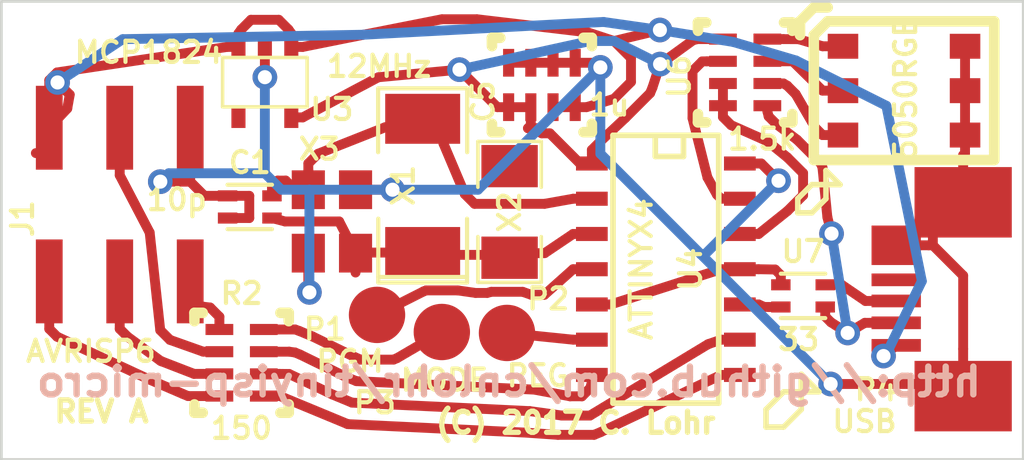
<source format=kicad_pcb>
(kicad_pcb (version 20171130) (host pcbnew "(5.1.12)-1")

  (general
    (thickness 1.6)
    (drawings 23)
    (tracks 301)
    (zones 0)
    (modules 16)
    (nets 28)
  )

  (page User 139.7 139.7)
  (layers
    (0 F.Cu signal)
    (31 B.Cu signal)
    (32 B.Adhes user hide)
    (33 F.Adhes user hide)
    (34 B.Paste user hide)
    (35 F.Paste user hide)
    (36 B.SilkS user hide)
    (37 F.SilkS user hide)
    (38 B.Mask user hide)
    (39 F.Mask user hide)
    (40 Dwgs.User user hide)
    (41 Cmts.User user hide)
    (42 Eco1.User user hide)
    (43 Eco2.User user hide)
    (44 Edge.Cuts user)
  )

  (setup
    (last_trace_width 0.3556)
    (trace_clearance 0.254)
    (zone_clearance 0.6112)
    (zone_45_only no)
    (trace_min 0.254)
    (via_size 0.889)
    (via_drill 0.508)
    (via_min_size 0.889)
    (via_min_drill 0.508)
    (uvia_size 0.508)
    (uvia_drill 0.127)
    (uvias_allowed no)
    (uvia_min_size 0.508)
    (uvia_min_drill 0.127)
    (edge_width 0.1)
    (segment_width 0.2)
    (pcb_text_width 0.3)
    (pcb_text_size 1.5 1.5)
    (mod_edge_width 0.15)
    (mod_text_size 0.762 0.762)
    (mod_text_width 0.15)
    (pad_size 0.7 0.4)
    (pad_drill 0)
    (pad_to_mask_clearance 0)
    (aux_axis_origin 0 0)
    (visible_elements 7FFFFFFF)
    (pcbplotparams
      (layerselection 0x010f8_80000001)
      (usegerberextensions true)
      (usegerberattributes true)
      (usegerberadvancedattributes true)
      (creategerberjobfile true)
      (excludeedgelayer false)
      (linewidth 0.150000)
      (plotframeref false)
      (viasonmask false)
      (mode 1)
      (useauxorigin false)
      (hpglpennumber 1)
      (hpglpenspeed 20)
      (hpglpendiameter 15.000000)
      (psnegative false)
      (psa4output false)
      (plotreference true)
      (plotvalue true)
      (plotinvisibletext false)
      (padsonsilk false)
      (subtractmaskfromsilk false)
      (outputformat 1)
      (mirror false)
      (drillshape 0)
      (scaleselection 1)
      (outputdirectory "tinyisp-revA-37x17_1.6mm"))
  )

  (net 0 "")
  (net 1 +3.3V)
  (net 2 +5V)
  (net 3 GND)
  (net 4 N-000001)
  (net 5 N-0000010)
  (net 6 N-0000011)
  (net 7 N-0000013)
  (net 8 N-0000014)
  (net 9 N-0000015)
  (net 10 N-0000016)
  (net 11 N-0000017)
  (net 12 N-0000018)
  (net 13 N-0000019)
  (net 14 N-000002)
  (net 15 N-0000020)
  (net 16 N-0000021)
  (net 17 N-0000023)
  (net 18 N-0000025)
  (net 19 N-0000026)
  (net 20 N-0000027)
  (net 21 N-000003)
  (net 22 N-000004)
  (net 23 N-000005)
  (net 24 N-000006)
  (net 25 N-000007)
  (net 26 N-000008)
  (net 27 N-000009)

  (net_class Default "This is the default net class."
    (clearance 0.254)
    (trace_width 0.3556)
    (via_dia 0.889)
    (via_drill 0.508)
    (uvia_dia 0.508)
    (uvia_drill 0.127)
    (add_net +3.3V)
    (add_net +5V)
    (add_net GND)
    (add_net N-000001)
    (add_net N-0000010)
    (add_net N-0000011)
    (add_net N-0000013)
    (add_net N-0000014)
    (add_net N-0000015)
    (add_net N-0000016)
    (add_net N-0000017)
    (add_net N-0000018)
    (add_net N-0000019)
    (add_net N-000002)
    (add_net N-0000020)
    (add_net N-0000021)
    (add_net N-0000023)
    (add_net N-0000025)
    (add_net N-0000026)
    (add_net N-0000027)
    (add_net N-000003)
    (add_net N-000004)
    (add_net N-000005)
    (add_net N-000006)
    (add_net N-000007)
    (add_net N-000008)
    (add_net N-000009)
  )

  (module RIBBON6SMT (layer F.Cu) (tedit 53BF2C80) (tstamp 53BF26B8)
    (at 44.6513 50.1726)
    (path /53BF1BD1)
    (fp_text reference J1 (at -0.9652 3.2766 90) (layer F.SilkS)
      (effects (font (size 0.762 0.762) (thickness 0.15)))
    )
    (fp_text value AVRISP6 (at 1.50114 8.05942) (layer F.SilkS)
      (effects (font (size 0.762 0.762) (thickness 0.15)))
    )
    (pad 2 smd rect (at 0 0) (size 0.9652 3.0226) (layers F.Cu F.Paste F.Mask)
      (net 2 +5V))
    (pad 4 smd rect (at 2.54 0) (size 0.9652 3.0226) (layers F.Cu F.Paste F.Mask)
      (net 22 N-000004))
    (pad 6 smd rect (at 5.08 0) (size 0.9652 3.0226) (layers F.Cu F.Paste F.Mask)
      (net 3 GND))
    (pad 1 smd rect (at 0 5.5372) (size 0.9652 3.0226) (layers F.Cu F.Paste F.Mask)
      (net 11 N-0000017))
    (pad 3 smd rect (at 2.54 5.5372) (size 0.9652 3.0226) (layers F.Cu F.Paste F.Mask)
      (net 12 N-0000018))
    (pad 5 smd rect (at 5.08 5.5372) (size 0.9652 3.0226) (layers F.Cu F.Paste F.Mask)
      (net 14 N-000002))
  )

  (module .1SMTPIN (layer F.Cu) (tedit 53BF30E9) (tstamp 53BF26BD)
    (at 56.464 56.9174)
    (path /53BF1F9E)
    (fp_text reference P1 (at -1.8794 0.512) (layer F.SilkS)
      (effects (font (size 0.762 0.762) (thickness 0.15)))
    )
    (fp_text value PGM (at -0.97458 1.67342) (layer F.SilkS)
      (effects (font (size 0.762 0.762) (thickness 0.15)))
    )
    (pad 1 smd circle (at 0 0) (size 2.032 2.032) (layers F.Cu F.Paste F.Mask)
      (net 23 N-000005))
  )

  (module .1SMTPIN (layer F.Cu) (tedit 53BF2C76) (tstamp 53BF26C2)
    (at 61.1483 57.5679)
    (path /53BF1FAD)
    (fp_text reference P2 (at 1.4862 -1.22888) (layer F.SilkS)
      (effects (font (size 0.762 0.762) (thickness 0.15)))
    )
    (fp_text value REG (at 1.11282 1.5448) (layer F.SilkS)
      (effects (font (size 0.762 0.762) (thickness 0.15)))
    )
    (pad 1 smd circle (at 0 0) (size 2.032 2.032) (layers F.Cu F.Paste F.Mask)
      (net 25 N-000007))
  )

  (module .1SMTPIN (layer F.Cu) (tedit 53BF30D8) (tstamp 53BF26C7)
    (at 58.8 57.5338)
    (path /53BF1F8F)
    (fp_text reference P3 (at -2.412 2.5499) (layer F.SilkS)
      (effects (font (size 0.762 0.762) (thickness 0.15)))
    )
    (fp_text value MODE (at 0.0934 1.73416) (layer F.SilkS)
      (effects (font (size 0.762 0.762) (thickness 0.15)))
    )
    (pad 1 smd circle (at 0 0) (size 2.032 2.032) (layers F.Cu F.Paste F.Mask)
      (net 4 N-000001))
  )

  (module USB-MiniB (layer F.Cu) (tedit 53BF2C32) (tstamp 53BF26D2)
    (at 75.8117 54.1299 90)
    (descr USB-MiniB)
    (tags USB-MiniB)
    (path /53BF1872)
    (fp_text reference P4 (at -5.4864 -1.3716 180) (layer F.SilkS)
      (effects (font (size 0.762 0.762) (thickness 0.15)))
    )
    (fp_text value USB (at -6.6294 -1.778 180) (layer F.SilkS)
      (effects (font (size 0.762 0.762) (thickness 0.15)))
    )
    (pad 6 smd rect (at -5.715 1.778 90) (size 2.54 3.5052) (layers F.Cu F.Paste F.Mask)
      (net 3 GND))
    (pad 7 smd rect (at 1.27 1.778 90) (size 2.54 3.5052) (layers F.Cu F.Paste F.Mask)
      (net 3 GND))
    (pad 1 smd rect (at -3.8862 -0.635 90) (size 0.4572 1.778) (layers F.Cu F.Paste F.Mask)
      (net 2 +5V))
    (pad 2 smd rect (at -3.0734 -0.635 90) (size 0.4572 1.778) (layers F.Cu F.Paste F.Mask)
      (net 8 N-0000014))
    (pad 3 smd rect (at -2.286 -0.635 90) (size 0.4572 1.778) (layers F.Cu F.Paste F.Mask)
      (net 10 N-0000016))
    (pad 4 smd rect (at -1.524 -0.635 90) (size 0.4572 1.778) (layers F.Cu F.Paste F.Mask)
      (net 19 N-0000026))
    (pad 5 smd rect (at -0.2794 -0.635 90) (size 1.4224 1.778) (layers F.Cu F.Paste F.Mask)
      (net 3 GND))
  )

  (module NETWORK0606 (layer F.Cu) (tedit 53BF2E88) (tstamp 53BF26DC)
    (at 51.8783 53.027)
    (path /53BF2DD6)
    (fp_text reference C1 (at 0 -1.6) (layer F.SilkS)
      (effects (font (size 0.762 0.762) (thickness 0.15)))
    )
    (fp_text value 10p (at -2.6296 -0.2636) (layer F.SilkS)
      (effects (font (size 0.762 0.762) (thickness 0.15)))
    )
    (fp_line (start -0.8 0.8) (end 0.8 0.8) (layer F.SilkS) (width 0.15))
    (fp_line (start 0.8 -0.8) (end -0.8 -0.8) (layer F.SilkS) (width 0.15))
    (pad 1 smd rect (at -0.8 -0.4) (size 0.7 0.4) (layers F.Cu F.Paste F.Mask)
      (net 3 GND))
    (pad 2 smd rect (at 0.8 -0.4) (size 0.7 0.4) (layers F.Cu F.Paste F.Mask)
      (net 6 N-0000011))
    (pad 3 smd rect (at -0.8 0.4) (size 0.7 0.4) (layers F.Cu F.Paste F.Mask)
      (net 3 GND))
    (pad 4 smd rect (at 0.8 0.4) (size 0.7 0.4) (layers F.Cu F.Paste F.Mask)
      (net 7 N-0000013))
  )

  (module NETWORK1206 (layer F.Cu) (tedit 53BF2C51) (tstamp 53BF26F0)
    (at 51.5833 58.6436 90)
    (path /53BF297A)
    (fp_text reference R2 (at 2.5 0 180) (layer F.SilkS)
      (effects (font (size 0.762 0.762) (thickness 0.15)))
    )
    (fp_text value 150 (at -2.3612 -0.0042 180) (layer F.SilkS)
      (effects (font (size 0.762 0.762) (thickness 0.15)))
    )
    (fp_line (start -1.8 1.7) (end -1.5 1.7) (layer F.SilkS) (width 0.381))
    (fp_line (start -1.8 1.4) (end -1.8 1.7) (layer F.SilkS) (width 0.381))
    (fp_line (start 1.8 -1.7) (end 1.8 -1.4) (layer F.SilkS) (width 0.381))
    (fp_line (start 1.5 -1.7) (end 1.8 -1.7) (layer F.SilkS) (width 0.381))
    (fp_line (start -1.8 -1.7) (end -1.5 -1.7) (layer F.SilkS) (width 0.381))
    (fp_line (start -1.8 -1.4) (end -1.8 -1.7) (layer F.SilkS) (width 0.381))
    (fp_line (start 1.8 1.7) (end 1.5 1.7) (layer F.SilkS) (width 0.381))
    (fp_line (start 1.8 1.4) (end 1.8 1.7) (layer F.SilkS) (width 0.381))
    (pad 1 smd rect (at -1.2 0.8 90) (size 0.4 1) (layers F.Cu F.Paste F.Mask)
      (net 13 N-0000019))
    (pad 2 smd rect (at -0.4 0.8 90) (size 0.4 1) (layers F.Cu F.Paste F.Mask)
      (net 17 N-0000023))
    (pad 3 smd rect (at 0.4 0.8 90) (size 0.4 1) (layers F.Cu F.Paste F.Mask)
      (net 21 N-000003))
    (pad 4 smd rect (at 1.2 0.8 90) (size 0.4 1) (layers F.Cu F.Paste F.Mask)
      (net 4 N-000001))
    (pad 5 smd rect (at 1.2 -0.8 90) (size 0.4 1) (layers F.Cu F.Paste F.Mask)
      (net 14 N-000002))
    (pad 6 smd rect (at 0.4 -0.8 90) (size 0.4 1) (layers F.Cu F.Paste F.Mask)
      (net 22 N-000004))
    (pad 7 smd rect (at -0.4 -0.8 90) (size 0.4 1) (layers F.Cu F.Paste F.Mask)
      (net 12 N-0000018))
    (pad 8 smd rect (at -1.2 -0.8 90) (size 0.4 1) (layers F.Cu F.Paste F.Mask)
      (net 11 N-0000017))
  )

  (module SOT23-5 (layer F.Cu) (tedit 53BF2E79) (tstamp 53BF26FD)
    (at 52.4223 48.5297 180)
    (path /53BF1DA6)
    (attr smd)
    (fp_text reference U3 (at -2.4145 -0.9825) (layer F.SilkS)
      (effects (font (size 0.762 0.762) (thickness 0.15)))
    )
    (fp_text value MCP1824 (at 4.1895 1.0749) (layer F.SilkS)
      (effects (font (size 0.762 0.762) (thickness 0.15)))
    )
    (fp_line (start -1.524 -0.889) (end 1.524 -0.889) (layer F.SilkS) (width 0.127))
    (fp_line (start -1.524 0.889) (end -1.524 -0.889) (layer F.SilkS) (width 0.127))
    (fp_line (start 1.524 0.889) (end -1.524 0.889) (layer F.SilkS) (width 0.127))
    (fp_line (start 1.524 -0.889) (end 1.524 0.889) (layer F.SilkS) (width 0.127))
    (pad 1 smd rect (at -0.9525 1.27 180) (size 0.508 0.762) (layers F.Cu F.Paste F.Mask)
      (net 2 +5V))
    (pad 3 smd rect (at 0.9525 1.27 180) (size 0.508 0.762) (layers F.Cu F.Paste F.Mask)
      (net 2 +5V))
    (pad 5 smd rect (at -0.9525 -1.27 180) (size 0.508 0.762) (layers F.Cu F.Paste F.Mask)
      (net 1 +3.3V))
    (pad 2 smd rect (at 0 1.27 180) (size 0.508 0.762) (layers F.Cu F.Paste F.Mask)
      (net 3 GND))
    (pad 4 smd rect (at 0.9525 -1.27 180) (size 0.508 0.762) (layers F.Cu F.Paste F.Mask)
      (net 16 N-0000021))
    (model smd/SOT23_5.wrl
      (at (xyz 0 0 0))
      (scale (xyz 0.1 0.1 0.1))
      (rotate (xyz 0 0 0))
    )
  )

  (module NETWORK1206 (layer F.Cu) (tedit 53BF30CE) (tstamp 53BF2711)
    (at 62.4073 48.6308)
    (path /53BF2371)
    (fp_text reference C5 (at -2.1204 0.59694 90) (layer F.SilkS)
      (effects (font (size 0.762 0.762) (thickness 0.15)))
    )
    (fp_text value 1u (at 2.43128 0.7214) (layer F.SilkS)
      (effects (font (size 0.762 0.762) (thickness 0.15)))
    )
    (fp_line (start -1.8 1.7) (end -1.5 1.7) (layer F.SilkS) (width 0.381))
    (fp_line (start -1.8 1.4) (end -1.8 1.7) (layer F.SilkS) (width 0.381))
    (fp_line (start 1.8 -1.7) (end 1.8 -1.4) (layer F.SilkS) (width 0.381))
    (fp_line (start 1.5 -1.7) (end 1.8 -1.7) (layer F.SilkS) (width 0.381))
    (fp_line (start -1.8 -1.7) (end -1.5 -1.7) (layer F.SilkS) (width 0.381))
    (fp_line (start -1.8 -1.4) (end -1.8 -1.7) (layer F.SilkS) (width 0.381))
    (fp_line (start 1.8 1.7) (end 1.5 1.7) (layer F.SilkS) (width 0.381))
    (fp_line (start 1.8 1.4) (end 1.8 1.7) (layer F.SilkS) (width 0.381))
    (pad 1 smd rect (at -1.2 0.8) (size 0.4 1) (layers F.Cu F.Paste F.Mask)
      (net 1 +3.3V))
    (pad 2 smd rect (at -0.4 0.8) (size 0.4 1) (layers F.Cu F.Paste F.Mask)
      (net 1 +3.3V))
    (pad 3 smd rect (at 0.4 0.8) (size 0.4 1) (layers F.Cu F.Paste F.Mask)
      (net 2 +5V))
    (pad 4 smd rect (at 1.2 0.8) (size 0.4 1) (layers F.Cu F.Paste F.Mask)
      (net 2 +5V))
    (pad 5 smd rect (at 1.2 -0.8) (size 0.4 1) (layers F.Cu F.Paste F.Mask)
      (net 3 GND))
    (pad 6 smd rect (at 0.4 -0.8) (size 0.4 1) (layers F.Cu F.Paste F.Mask)
      (net 3 GND))
    (pad 7 smd rect (at -0.4 -0.8) (size 0.4 1) (layers F.Cu F.Paste F.Mask)
      (net 3 GND))
    (pad 8 smd rect (at -1.2 -0.8) (size 0.4 1) (layers F.Cu F.Paste F.Mask)
      (net 3 GND))
  )

  (module NETWORK1206 (layer F.Cu) (tedit 53BF2C25) (tstamp 53BF2725)
    (at 69.7321 48.1781 270)
    (path /53BF1DBF)
    (fp_text reference U6 (at 0.14684 2.3749 90) (layer F.SilkS)
      (effects (font (size 0.762 0.762) (thickness 0.15)))
    )
    (fp_text value 1.5k (at 2.4049 -0.61214) (layer F.SilkS)
      (effects (font (size 0.762 0.762) (thickness 0.15)))
    )
    (fp_line (start -1.8 1.7) (end -1.5 1.7) (layer F.SilkS) (width 0.381))
    (fp_line (start -1.8 1.4) (end -1.8 1.7) (layer F.SilkS) (width 0.381))
    (fp_line (start 1.8 -1.7) (end 1.8 -1.4) (layer F.SilkS) (width 0.381))
    (fp_line (start 1.5 -1.7) (end 1.8 -1.7) (layer F.SilkS) (width 0.381))
    (fp_line (start -1.8 -1.7) (end -1.5 -1.7) (layer F.SilkS) (width 0.381))
    (fp_line (start -1.8 -1.4) (end -1.8 -1.7) (layer F.SilkS) (width 0.381))
    (fp_line (start 1.8 1.7) (end 1.5 1.7) (layer F.SilkS) (width 0.381))
    (fp_line (start 1.8 1.4) (end 1.8 1.7) (layer F.SilkS) (width 0.381))
    (pad 1 smd rect (at -1.2 0.8 270) (size 0.4 1) (layers F.Cu F.Paste F.Mask)
      (net 1 +3.3V))
    (pad 2 smd rect (at -0.4 0.8 270) (size 0.4 1) (layers F.Cu F.Paste F.Mask)
      (net 27 N-000009))
    (pad 3 smd rect (at 0.4 0.8 270) (size 0.4 1) (layers F.Cu F.Paste F.Mask)
      (net 9 N-0000015))
    (pad 4 smd rect (at 1.2 0.8 270) (size 0.4 1) (layers F.Cu F.Paste F.Mask)
      (net 9 N-0000015))
    (pad 5 smd rect (at 1.2 -0.8 270) (size 0.4 1) (layers F.Cu F.Paste F.Mask)
      (net 8 N-0000014))
    (pad 6 smd rect (at 0.4 -0.8 270) (size 0.4 1) (layers F.Cu F.Paste F.Mask)
      (net 24 N-000006))
    (pad 7 smd rect (at -0.4 -0.8 270) (size 0.4 1) (layers F.Cu F.Paste F.Mask)
      (net 26 N-000008))
    (pad 8 smd rect (at -1.2 -0.8 270) (size 0.4 1) (layers F.Cu F.Paste F.Mask)
      (net 5 N-0000010))
  )

  (module NETWORK0606 (layer F.Cu) (tedit 53BF2E81) (tstamp 53BF272F)
    (at 71.8184 56.2328)
    (path /53BF31BB)
    (fp_text reference U7 (at 0 -1.6) (layer F.SilkS)
      (effects (font (size 0.762 0.762) (thickness 0.15)))
    )
    (fp_text value 33 (at -0.1552 1.5737) (layer F.SilkS)
      (effects (font (size 0.762 0.762) (thickness 0.15)))
    )
    (fp_line (start -0.8 0.8) (end 0.8 0.8) (layer F.SilkS) (width 0.15))
    (fp_line (start 0.8 -0.8) (end -0.8 -0.8) (layer F.SilkS) (width 0.15))
    (pad 1 smd rect (at -0.8 -0.4) (size 0.7 0.4) (layers F.Cu F.Paste F.Mask)
      (net 18 N-0000025))
    (pad 2 smd rect (at 0.8 -0.4) (size 0.7 0.4) (layers F.Cu F.Paste F.Mask)
      (net 10 N-0000016))
    (pad 3 smd rect (at -0.8 0.4) (size 0.7 0.4) (layers F.Cu F.Paste F.Mask)
      (net 20 N-0000027))
    (pad 4 smd rect (at 0.8 0.4) (size 0.7 0.4) (layers F.Cu F.Paste F.Mask)
      (net 8 N-0000014))
  )

  (module SM2010 (layer F.Cu) (tedit 53BF2DD4) (tstamp 53BF273C)
    (at 58.1095 52.2508 90)
    (tags "CMS SM")
    (path /53BF281B)
    (attr smd)
    (fp_text reference X1 (at 0 -0.7 90) (layer F.SilkS)
      (effects (font (size 0.762 0.762) (thickness 0.15)))
    )
    (fp_text value 12MHz (at 4.2902 -1.5698 180) (layer F.SilkS)
      (effects (font (size 0.762 0.762) (thickness 0.15)))
    )
    (fp_line (start -3.5 1.6) (end -1.2 1.6) (layer F.SilkS) (width 0.15))
    (fp_line (start -1.2 -1.6) (end -3.5 -1.6) (layer F.SilkS) (width 0.15))
    (fp_line (start 3.48234 -1.60528) (end 1.19634 -1.60528) (layer F.SilkS) (width 0.15))
    (fp_line (start 1.19634 1.60528) (end 3.48234 1.60528) (layer F.SilkS) (width 0.15))
    (fp_line (start -3.5 -1.6) (end -3.5 1.6) (layer F.SilkS) (width 0.15))
    (fp_line (start 3.50012 -1.6002) (end 3.50012 1.6002) (layer F.SilkS) (width 0.15))
    (fp_line (start -3.3 -1.6) (end -3.3 1.6) (layer F.SilkS) (width 0.15))
    (pad 1 smd rect (at -2.4003 0 90) (size 1.80086 2.70002) (layers F.Cu F.Paste F.Mask)
      (net 7 N-0000013))
    (pad 2 smd rect (at 2.4003 0 90) (size 1.80086 2.70002) (layers F.Cu F.Paste F.Mask)
      (net 6 N-0000011))
    (model smd\chip_smd_pol_wide.wrl
      (at (xyz 0 0 0))
      (scale (xyz 0.35 0.35 0.35))
      (rotate (xyz 0 0 0))
    )
  )

  (module SO14E (layer F.Cu) (tedit 42806FBF) (tstamp 53BF57C0)
    (at 67.0013 55.2713 270)
    (descr "module CMS SOJ 14 pins etroit")
    (tags "CMS SOJ")
    (path /53BF1863)
    (attr smd)
    (fp_text reference U4 (at 0 -0.762 270) (layer F.SilkS)
      (effects (font (size 0.762 0.762) (thickness 0.15)))
    )
    (fp_text value ATTINYX4 (at 0 1.016 270) (layer F.SilkS)
      (effects (font (size 0.762 0.762) (thickness 0.15)))
    )
    (fp_line (start -4.064 0.508) (end -4.826 0.508) (layer F.SilkS) (width 0.2032))
    (fp_line (start -4.064 -0.508) (end -4.064 0.508) (layer F.SilkS) (width 0.2032))
    (fp_line (start -4.826 -0.508) (end -4.064 -0.508) (layer F.SilkS) (width 0.2032))
    (fp_line (start -4.826 2.032) (end -4.826 -1.778) (layer F.SilkS) (width 0.2032))
    (fp_line (start 4.826 2.032) (end -4.826 2.032) (layer F.SilkS) (width 0.2032))
    (fp_line (start 4.826 -1.778) (end 4.826 2.032) (layer F.SilkS) (width 0.2032))
    (fp_line (start -4.826 -1.778) (end 4.826 -1.778) (layer F.SilkS) (width 0.2032))
    (pad 1 smd rect (at -3.81 2.794 270) (size 0.508 1.143) (layers F.Cu F.Paste F.Mask)
      (net 1 +3.3V))
    (pad 2 smd rect (at -2.54 2.794 270) (size 0.508 1.143) (layers F.Cu F.Paste F.Mask)
      (net 6 N-0000011))
    (pad 3 smd rect (at -1.27 2.794 270) (size 0.508 1.143) (layers F.Cu F.Paste F.Mask)
      (net 7 N-0000013))
    (pad 4 smd rect (at 0 2.794 270) (size 0.508 1.143) (layers F.Cu F.Paste F.Mask)
      (net 23 N-000005))
    (pad 5 smd rect (at 1.27 2.794 270) (size 0.508 1.143) (layers F.Cu F.Paste F.Mask)
      (net 18 N-0000025))
    (pad 6 smd rect (at 2.54 2.794 270) (size 0.508 1.143) (layers F.Cu F.Paste F.Mask)
      (net 25 N-000007))
    (pad 7 smd rect (at 3.81 2.794 270) (size 0.508 1.143) (layers F.Cu F.Paste F.Mask)
      (net 21 N-000003))
    (pad 8 smd rect (at 3.81 -2.54 270) (size 0.508 1.143) (layers F.Cu F.Paste F.Mask)
      (net 13 N-0000019))
    (pad 9 smd rect (at 2.54 -2.54 270) (size 0.508 1.143) (layers F.Cu F.Paste F.Mask)
      (net 17 N-0000023))
    (pad 10 smd rect (at 1.27 -2.54 270) (size 0.508 1.143) (layers F.Cu F.Paste F.Mask)
      (net 20 N-0000027))
    (pad 11 smd rect (at 0 -2.54 270) (size 0.508 1.143) (layers F.Cu F.Paste F.Mask)
      (net 18 N-0000025))
    (pad 12 smd rect (at -1.27 -2.54 270) (size 0.508 1.143) (layers F.Cu F.Paste F.Mask)
      (net 9 N-0000015))
    (pad 13 smd rect (at -2.54 -2.54 270) (size 0.508 1.143) (layers F.Cu F.Paste F.Mask)
      (net 27 N-000009))
    (pad 14 smd rect (at -3.81 -2.54 270) (size 0.508 1.143) (layers F.Cu F.Paste F.Mask)
      (net 3 GND))
    (model smd/cms_so14.wrl
      (at (xyz 0 0 0))
      (scale (xyz 0.5 0.3 0.5))
      (rotate (xyz 0 0 0))
    )
  )

  (module 5050RGB (layer F.Cu) (tedit 53BF2C2A) (tstamp 53BF5880)
    (at 75.458 48.8361)
    (path /53BF2142)
    (fp_text reference D1 (at 0 3.50012) (layer F.SilkS) hide
      (effects (font (size 0.762 0.762) (thickness 0.15)))
    )
    (fp_text value 5050RGB (at 0.0562 -0.1062 90) (layer F.SilkS)
      (effects (font (size 0.762 0.762) (thickness 0.15)))
    )
    (fp_line (start -3.2512 2.49936) (end -3.2512 -1.99898) (layer F.SilkS) (width 0.381))
    (fp_line (start 3.2512 2.49936) (end -3.2512 2.49936) (layer F.SilkS) (width 0.381))
    (fp_line (start 3.2512 -2.49936) (end 3.2512 2.49936) (layer F.SilkS) (width 0.381))
    (fp_line (start -2.75082 -2.49936) (end 3.2512 -2.49936) (layer F.SilkS) (width 0.381))
    (fp_line (start -3.2512 -1.99898) (end -2.75082 -2.49936) (layer F.SilkS) (width 0.381))
    (fp_line (start -3.2512 -2.99974) (end -2.75082 -2.99974) (layer F.SilkS) (width 0.381))
    (fp_line (start -3.74904 -2.49936) (end -3.2512 -2.99974) (layer F.SilkS) (width 0.381))
    (fp_line (start -3.74904 -1.99898) (end -3.74904 -2.49936) (layer F.SilkS) (width 0.381))
    (pad 1 smd rect (at -2.19964 -1.6002) (size 1.09982 0.89916) (layers F.Cu F.Paste F.Mask)
      (net 5 N-0000010))
    (pad 2 smd rect (at -2.19964 0) (size 1.09982 0.89916) (layers F.Cu F.Paste F.Mask)
      (net 26 N-000008))
    (pad 3 smd rect (at -2.19964 1.6002) (size 1.09982 0.89916) (layers F.Cu F.Paste F.Mask)
      (net 24 N-000006))
    (pad 4 smd rect (at 2.19964 1.6002) (size 1.09982 0.89916) (layers F.Cu F.Paste F.Mask)
      (net 3 GND))
    (pad 5 smd rect (at 2.19964 0) (size 1.09982 0.89916) (layers F.Cu F.Paste F.Mask)
      (net 3 GND))
    (pad 6 smd rect (at 2.19964 -1.6002) (size 1.09982 0.89916) (layers F.Cu F.Paste F.Mask)
      (net 3 GND))
  )

  (module SM1206 (layer F.Cu) (tedit 4) (tstamp 53BF88CA)
    (at 61.2423 53.2065 90)
    (path /53BF3E26)
    (attr smd)
    (fp_text reference X2 (at 0 0 90) (layer F.SilkS)
      (effects (font (size 0.762 0.762) (thickness 0.15)))
    )
    (fp_text value 12MHz (at 0 0 90) (layer F.SilkS) hide
      (effects (font (size 0.762 0.762) (thickness 0.15)))
    )
    (fp_line (start -0.889 -1.143) (end -2.54 -1.143) (layer F.SilkS) (width 0.127))
    (fp_line (start 2.54 1.143) (end 0.889 1.143) (layer F.SilkS) (width 0.127))
    (fp_line (start 2.54 -1.143) (end 2.54 1.143) (layer F.SilkS) (width 0.127))
    (fp_line (start 0.889 -1.143) (end 2.54 -1.143) (layer F.SilkS) (width 0.127))
    (fp_line (start -2.54 1.143) (end -0.889 1.143) (layer F.SilkS) (width 0.127))
    (fp_line (start -2.54 -1.143) (end -2.54 1.143) (layer F.SilkS) (width 0.127))
    (pad 1 smd rect (at -1.651 0 90) (size 1.524 2.032) (layers F.Cu F.Paste F.Mask)
      (net 7 N-0000013))
    (pad 2 smd rect (at 1.651 0 90) (size 1.524 2.032) (layers F.Cu F.Paste F.Mask)
      (net 15 N-0000020))
    (model smd/chip_cms.wrl
      (at (xyz 0 0 0))
      (scale (xyz 0.17 0.16 0.16))
      (rotate (xyz 0 0 0))
    )
  )

  (module XTAL4P (layer F.Cu) (tedit 5965854D) (tstamp 53BF88D2)
    (at 53.9883 54.6924 90)
    (path /53BF3EB6)
    (fp_text reference X3 (at 3.75018 0.39628 180) (layer F.SilkS)
      (effects (font (size 0.762 0.762) (thickness 0.15)))
    )
    (fp_text value XTAL4P (at -1.3222 0.7976 180) (layer Eco2.User)
      (effects (font (size 0.762 0.762) (thickness 0.15)))
    )
    (pad 4 smd rect (at 0 0 90) (size 1.397 1.1938) (layers F.Cu F.Paste F.Mask)
      (net 3 GND))
    (pad 1 smd rect (at 0 1.7018 90) (size 1.397 1.1938) (layers F.Cu F.Paste F.Mask)
      (net 7 N-0000013))
    (pad 3 smd rect (at 2.286 1.7018 90) (size 1.397 1.1938) (layers F.Cu F.Paste F.Mask)
      (net 3 GND))
    (pad 2 smd rect (at 2.286 0 90) (size 1.397 1.1938) (layers F.Cu F.Paste F.Mask)
      (net 6 N-0000011))
  )

  (gr_text http://github.com/cnlohr/tinyisp-micro (at 61.22 59.33) (layer B.SilkS)
    (effects (font (size 1 1.1) (thickness 0.23)) (justify mirror))
  )
  (gr_text "(C) 2017 C. Lohr" (at 63.627 60.8076) (layer F.SilkS)
    (effects (font (size 0.762 0.762) (thickness 0.1905)))
  )
  (gr_text "REV A" (at 46.5328 60.4012) (layer F.SilkS)
    (effects (font (size 0.762 0.762) (thickness 0.1905)))
  )
  (gr_line (start 71.755 60.325) (end 71.755 59.055) (angle 90) (layer F.SilkS) (width 0.2))
  (gr_line (start 71.12 60.96) (end 71.755 60.325) (angle 90) (layer F.SilkS) (width 0.2))
  (gr_line (start 70.485 60.96) (end 71.12 60.96) (angle 90) (layer F.SilkS) (width 0.2))
  (gr_line (start 70.485 60.325) (end 70.485 60.96) (angle 90) (layer F.SilkS) (width 0.2))
  (gr_line (start 71.12 59.69) (end 70.485 60.325) (angle 90) (layer F.SilkS) (width 0.2))
  (gr_line (start 72.39 59.69) (end 71.12 59.69) (angle 90) (layer F.SilkS) (width 0.2))
  (gr_line (start 71.755 59.055) (end 72.39 59.69) (angle 90) (layer F.SilkS) (width 0.2))
  (gr_line (start 42.926 62.1284) (end 42.926 45.6184) (angle 90) (layer Edge.Cuts) (width 0.1))
  (gr_line (start 79.756 62.1284) (end 42.926 62.1284) (angle 90) (layer Edge.Cuts) (width 0.1))
  (gr_line (start 79.756 45.6184) (end 79.756 62.1284) (angle 90) (layer Edge.Cuts) (width 0.1))
  (gr_line (start 42.926 45.6184) (end 79.756 45.6184) (angle 90) (layer Edge.Cuts) (width 0.1))
  (gr_line (start 72.136 53.2384) (end 71.628 53.2384) (angle 90) (layer F.SilkS) (width 0.2))
  (gr_line (start 72.644 52.7304) (end 72.136 53.2384) (angle 90) (layer F.SilkS) (width 0.2))
  (gr_line (start 72.644 52.2224) (end 72.644 52.7304) (angle 90) (layer F.SilkS) (width 0.2))
  (gr_line (start 73.152 52.2224) (end 72.644 52.2224) (angle 90) (layer F.SilkS) (width 0.2))
  (gr_line (start 72.644 51.7144) (end 73.152 52.2224) (angle 90) (layer F.SilkS) (width 0.2))
  (gr_line (start 72.644 52.2224) (end 72.644 51.7144) (angle 90) (layer F.SilkS) (width 0.2))
  (gr_line (start 72.136 52.2224) (end 72.644 52.2224) (angle 90) (layer F.SilkS) (width 0.2))
  (gr_line (start 71.628 52.7304) (end 72.136 52.2224) (angle 90) (layer F.SilkS) (width 0.2))
  (gr_line (start 71.628 53.2384) (end 71.628 52.7304) (angle 90) (layer F.SilkS) (width 0.2))

  (via (at 70.93458 52.0827) (size 0.889) (drill 0.508) (layers F.Cu B.Cu) (net 3))
  (segment (start 66.666 47.8784) (end 66.3923 48.721) (width 0.3556) (layer F.Cu) (net 1))
  (segment (start 66.3923 48.721) (end 66.3076 48.9254) (width 0.3556) (layer F.Cu) (net 1))
  (segment (start 66.3076 48.9254) (end 65.413 49.82) (width 0.3556) (layer F.Cu) (net 1))
  (segment (start 65.413 49.82) (end 64.5421 50.6358) (width 0.3556) (layer F.Cu) (net 1))
  (segment (start 64.5421 50.6358) (end 64.2073 50.9706) (width 0.3556) (layer F.Cu) (net 1))
  (segment (start 64.2073 50.9706) (end 64.2073 51.4613) (width 0.3556) (layer F.Cu) (net 1))
  (segment (start 53.3748 49.7997) (end 53.7866 49.7997) (width 0.3556) (layer F.Cu) (net 1))
  (segment (start 53.7866 49.7997) (end 56.5122 48.3531) (width 0.3556) (layer F.Cu) (net 1))
  (segment (start 56.5122 48.3531) (end 59.436 48.0784) (width 0.3556) (layer F.Cu) (net 1))
  (segment (start 68.9321 46.9781) (end 68.0179 46.9781) (width 0.3556) (layer F.Cu) (net 1))
  (segment (start 68.0179 46.9781) (end 67.888 47.0063) (width 0.3556) (layer F.Cu) (net 1))
  (segment (start 67.888 47.0063) (end 67.8469 47.0233) (width 0.3556) (layer F.Cu) (net 1))
  (segment (start 67.8469 47.0233) (end 66.666 47.8784) (width 0.3556) (layer F.Cu) (net 1))
  (segment (start 62.0073 49.4308) (end 61.2073 49.4308) (width 0.3556) (layer F.Cu) (net 1))
  (segment (start 61.2073 49.4308) (end 60.8002 49.4308) (width 0.3556) (layer F.Cu) (net 1))
  (segment (start 60.8002 49.4308) (end 59.436 48.0784) (width 0.3556) (layer F.Cu) (net 1))
  (segment (start 59.436 48.0784) (end 64.1446 47.0469) (width 0.3556) (layer B.Cu) (net 1))
  (segment (start 64.1446 47.0469) (end 65.0074 47.0469) (width 0.3556) (layer B.Cu) (net 1))
  (segment (start 65.0074 47.0469) (end 66.666 47.8784) (width 0.3556) (layer B.Cu) (net 1))
  (segment (start 64.2073 51.4613) (end 63.7803 51.4613) (width 0.3556) (layer F.Cu) (net 1))
  (segment (start 63.7803 51.4613) (end 62.6923 50.3733) (width 0.3556) (layer F.Cu) (net 1))
  (segment (start 62.6923 50.3733) (end 62.3976 50.3733) (width 0.3556) (layer F.Cu) (net 1))
  (segment (start 62.3976 50.3733) (end 62.2148 50.1904) (width 0.3556) (layer F.Cu) (net 1))
  (segment (start 62.2148 50.1904) (end 61.9049 50.1904) (width 0.3556) (layer F.Cu) (net 1))
  (segment (start 61.9049 50.1904) (end 62.0073 50.088) (width 0.3556) (layer F.Cu) (net 1))
  (segment (start 62.0073 50.088) (end 62.0073 49.4308) (width 0.3556) (layer F.Cu) (net 1))
  (via (at 59.436 48.0784) (size 0.889) (layers F.Cu B.Cu) (net 1))
  (via (at 66.666 47.8784) (size 0.889) (layers F.Cu B.Cu) (net 1))
  (segment (start 51.4698 47.2597) (end 51.058 47.2597) (width 0.3556) (layer F.Cu) (net 2))
  (segment (start 51.058 47.2597) (end 44.934 48.1787) (width 0.3556) (layer F.Cu) (net 2))
  (segment (start 44.934 48.1787) (end 44.6513 48.4614) (width 0.3556) (layer F.Cu) (net 2))
  (segment (start 44.6513 48.4614) (end 44.6513 50.1726) (width 0.3556) (layer F.Cu) (net 2))
  (segment (start 53.3748 47.2597) (end 53.7866 47.2597) (width 0.3556) (layer F.Cu) (net 2))
  (segment (start 53.7866 47.2597) (end 56.0612 46.8035) (width 0.3556) (layer F.Cu) (net 2))
  (segment (start 56.0612 46.8035) (end 58.8034 46.2621) (width 0.3556) (layer F.Cu) (net 2))
  (segment (start 58.8034 46.2621) (end 60.0686 46.2621) (width 0.3556) (layer F.Cu) (net 2))
  (segment (start 60.0686 46.2621) (end 64.0546 46.7338) (width 0.3556) (layer F.Cu) (net 2))
  (segment (start 64.0546 46.7338) (end 65.0074 47.0469) (width 0.3556) (layer F.Cu) (net 2))
  (segment (start 65.0074 47.0469) (end 65.6175 47.657) (width 0.3556) (layer F.Cu) (net 2))
  (segment (start 65.6175 47.657) (end 65.6175 48.5198) (width 0.3556) (layer F.Cu) (net 2))
  (segment (start 65.6175 48.5198) (end 65.0074 49.1299) (width 0.3556) (layer F.Cu) (net 2))
  (segment (start 65.0074 49.1299) (end 64.0144 49.4308) (width 0.3556) (layer F.Cu) (net 2))
  (segment (start 64.0144 49.4308) (end 63.6073 49.4308) (width 0.3556) (layer F.Cu) (net 2))
  (segment (start 53.3748 47.2597) (end 53.3748 46.7735) (width 0.3556) (layer F.Cu) (net 2))
  (segment (start 53.3748 46.7735) (end 53.2733 46.6314) (width 0.3556) (layer F.Cu) (net 2))
  (segment (start 53.2733 46.6314) (end 52.9236 46.2817) (width 0.3556) (layer F.Cu) (net 2))
  (segment (start 52.9236 46.2817) (end 51.921 46.2817) (width 0.3556) (layer F.Cu) (net 2))
  (segment (start 51.921 46.2817) (end 51.5713 46.6314) (width 0.3556) (layer F.Cu) (net 2))
  (segment (start 51.5713 46.6314) (end 51.4698 46.7735) (width 0.3556) (layer F.Cu) (net 2))
  (segment (start 51.4698 46.7735) (end 51.4698 47.2597) (width 0.3556) (layer F.Cu) (net 2))
  (segment (start 63.6073 49.4308) (end 62.8073 49.4308) (width 0.3556) (layer F.Cu) (net 2))
  (segment (start 75.1767 58.0161) (end 74.8847 58.0669) (width 0.3556) (layer F.Cu) (net 2))
  (segment (start 74.8847 58.0669) (end 74.8847 58.2447) (width 0.3556) (layer F.Cu) (net 2))
  (segment (start 44.1687 51.0869) (end 44.3465 51.0869) (width 0.3556) (layer F.Cu) (net 2))
  (segment (start 44.3465 51.0869) (end 44.6513 50.1726) (width 0.3556) (layer F.Cu) (net 2))
  (segment (start 74.72 58.4) (end 74.78 58.41) (width 0.3556) (layer B.Cu) (net 2))
  (segment (start 74.78 58.41) (end 76.1 55.7) (width 0.3556) (layer B.Cu) (net 2))
  (segment (start 76.1 55.7) (end 74.82 49.38) (width 0.3556) (layer B.Cu) (net 2))
  (segment (start 74.82 49.38) (end 71.57 47.75) (width 0.3556) (layer B.Cu) (net 2))
  (segment (start 71.57 47.75) (end 69.3 47.08) (width 0.3556) (layer B.Cu) (net 2))
  (segment (start 69.3 47.08) (end 66.66 46.65) (width 0.3556) (layer B.Cu) (net 2))
  (segment (start 66.66 46.65) (end 65.0074 47.0469) (width 0.3556) (layer F.Cu) (net 2))
  (segment (start 75.1767 58.0161) (end 74.72 58.4) (width 0.3556) (layer F.Cu) (net 2))
  (segment (start 66.66 46.65) (end 64.63 46.36) (width 0.3556) (layer B.Cu) (net 2))
  (segment (start 64.63 46.36) (end 63.26 46.43) (width 0.3556) (layer B.Cu) (net 2))
  (segment (start 63.26 46.43) (end 55.97 46.82) (width 0.3556) (layer B.Cu) (net 2))
  (segment (start 55.97 46.82) (end 47.3 46.98) (width 0.3556) (layer B.Cu) (net 2))
  (segment (start 47.3 46.98) (end 44.95 48.54) (width 0.3556) (layer B.Cu) (net 2))
  (segment (start 44.95 48.54) (end 45.39 48.98) (width 0.3556) (layer F.Cu) (net 2))
  (segment (start 45.39 48.98) (end 45.3 49.48) (width 0.3556) (layer F.Cu) (net 2))
  (segment (start 45.3 49.48) (end 44.6513 50.1726) (width 0.3556) (layer F.Cu) (net 2))
  (via (at 74.72 58.4) (size 0.889) (layers F.Cu B.Cu) (net 2))
  (via (at 66.66 46.65) (size 0.889) (layers F.Cu B.Cu) (net 2))
  (via (at 44.95 48.54) (size 0.889) (layers F.Cu B.Cu) (net 2))
  (segment (start 49.7313 52.1158) (end 48.6537 52.1158) (width 0.3556) (layer F.Cu) (net 3))
  (segment (start 52.4223 51.8127) (end 48.9568 51.8127) (width 0.3556) (layer B.Cu) (net 3))
  (segment (start 48.9568 51.8127) (end 48.6537 52.1158) (width 0.3556) (layer B.Cu) (net 3))
  (segment (start 52.4223 51.8127) (end 52.4223 48.35) (width 0.3556) (layer B.Cu) (net 3))
  (segment (start 54.0273 52.4064) (end 53.016 52.4064) (width 0.3556) (layer B.Cu) (net 3))
  (segment (start 53.016 52.4064) (end 52.4223 51.8127) (width 0.3556) (layer B.Cu) (net 3))
  (segment (start 52.4223 48.35) (end 52.4223 47.2597) (width 0.3556) (layer F.Cu) (net 3))
  (segment (start 77.5897 59.4082) (end 72.8132 59.4082) (width 0.3556) (layer F.Cu) (net 3))
  (segment (start 64.5132 47.9973) (end 64.5132 51.1082) (width 0.3556) (layer B.Cu) (net 3))
  (segment (start 77.5897 59.4082) (end 77.5897 58.143) (width 0.3556) (layer F.Cu) (net 3))
  (segment (start 77.5897 59.8449) (end 77.5897 59.4082) (width 0.3556) (layer F.Cu) (net 3))
  (segment (start 76.4976 54.4093) (end 77.5897 55.5014) (width 0.3556) (layer F.Cu) (net 3))
  (segment (start 77.5897 55.5014) (end 77.5897 58.143) (width 0.3556) (layer F.Cu) (net 3))
  (segment (start 76.3452 54.4093) (end 76.4976 54.4093) (width 0.3556) (layer F.Cu) (net 3))
  (segment (start 75.1767 54.4093) (end 76.3452 54.4093) (width 0.3556) (layer F.Cu) (net 3))
  (segment (start 76.4976 54.4093) (end 76.4976 53.952) (width 0.3556) (layer F.Cu) (net 3))
  (segment (start 76.4976 53.952) (end 77.5897 52.8599) (width 0.3556) (layer F.Cu) (net 3))
  (segment (start 51.0783 52.627) (end 50.2425 52.627) (width 0.3556) (layer F.Cu) (net 3))
  (segment (start 50.2425 52.627) (end 49.7313 52.1158) (width 0.3556) (layer F.Cu) (net 3))
  (segment (start 51.0832 52.627) (end 51.0783 52.627) (width 0.3556) (layer F.Cu) (net 3))
  (segment (start 51.0832 52.627) (end 51.8602 52.627) (width 0.3556) (layer F.Cu) (net 3))
  (segment (start 51.0783 53.427) (end 51.8602 53.427) (width 0.3556) (layer F.Cu) (net 3))
  (segment (start 51.8602 53.427) (end 51.8602 52.627) (width 0.3556) (layer F.Cu) (net 3))
  (segment (start 63.6073 47.8308) (end 64.3467 47.8308) (width 0.3556) (layer F.Cu) (net 3))
  (segment (start 64.3467 47.8308) (end 64.5132 47.9973) (width 0.3556) (layer F.Cu) (net 3))
  (segment (start 57.023 52.4064) (end 60.1041 52.4064) (width 0.3556) (layer B.Cu) (net 3))
  (segment (start 60.1041 52.4064) (end 64.5132 47.9973) (width 0.3556) (layer B.Cu) (net 3))
  (segment (start 62.8073 47.8308) (end 63.6073 47.8308) (width 0.3556) (layer F.Cu) (net 3))
  (segment (start 62.0073 47.8308) (end 62.8073 47.8308) (width 0.3556) (layer F.Cu) (net 3))
  (segment (start 61.2073 47.8308) (end 62.0073 47.8308) (width 0.3556) (layer F.Cu) (net 3))
  (segment (start 77.5897 52.8599) (end 77.5897 51.158) (width 0.3556) (layer F.Cu) (net 3))
  (segment (start 77.6576 50.4363) (end 77.6576 51.0901) (width 0.3556) (layer F.Cu) (net 3))
  (segment (start 77.6576 51.0901) (end 77.5897 51.158) (width 0.3556) (layer F.Cu) (net 3))
  (segment (start 77.6576 48.8361) (end 77.6576 50.4363) (width 0.3556) (layer F.Cu) (net 3))
  (segment (start 77.6576 47.2359) (end 77.6576 48.8361) (width 0.3556) (layer F.Cu) (net 3))
  (segment (start 54.0273 52.4064) (end 57.023 52.4064) (width 0.3556) (layer B.Cu) (net 3))
  (segment (start 54.0273 52.4064) (end 54.0273 56.1057) (width 0.3556) (layer B.Cu) (net 3))
  (segment (start 53.9883 54.6924) (end 53.9883 56.0667) (width 0.3556) (layer F.Cu) (net 3))
  (segment (start 53.9883 56.0667) (end 54.0273 56.1057) (width 0.3556) (layer F.Cu) (net 3))
  (segment (start 55.6901 52.4064) (end 57.023 52.4064) (width 0.3556) (layer F.Cu) (net 3))
  (segment (start 49.7313 50.1726) (end 49.7313 52.1158) (width 0.3556) (layer F.Cu) (net 3))
  (via (at 52.4223 48.35) (size 0.889) (layers F.Cu B.Cu) (net 3))
  (via (at 72.8132 59.4082) (size 0.889) (layers F.Cu B.Cu) (net 3))
  (via (at 64.5132 47.9973) (size 0.889) (layers F.Cu B.Cu) (net 3))
  (via (at 54.0273 56.1057) (size 0.889) (layers F.Cu B.Cu) (net 3))
  (via (at 48.6537 52.1158) (size 0.889) (layers F.Cu B.Cu) (net 3))
  (via (at 57.023 52.4064) (size 0.889) (layers F.Cu B.Cu) (net 3))
  (segment (start 70.31318 51.4613) (end 70.93458 52.0827) (width 0.3556) (layer F.Cu) (net 3))
  (segment (start 69.5413 51.4613) (end 70.31318 51.4613) (width 0.3556) (layer F.Cu) (net 3))
  (segment (start 68.2848 54.73248) (end 68.13748 54.73248) (width 0.3556) (layer B.Cu) (net 3))
  (segment (start 70.93458 52.0827) (end 68.2848 54.73248) (width 0.3556) (layer B.Cu) (net 3))
  (segment (start 68.13748 54.73248) (end 72.8132 59.4082) (width 0.3556) (layer B.Cu) (net 3))
  (segment (start 64.5132 51.1082) (end 68.13748 54.73248) (width 0.3556) (layer B.Cu) (net 3))
  (segment (start 52.3833 57.4436) (end 53.5126 57.4436) (width 0.3556) (layer F.Cu) (net 4))
  (segment (start 53.5126 57.4436) (end 53.6611 57.497) (width 0.3556) (layer F.Cu) (net 4))
  (segment (start 53.6611 57.497) (end 54.134 57.6929) (width 0.3556) (layer F.Cu) (net 4))
  (segment (start 54.134 57.6929) (end 55.7421 58.4767) (width 0.3556) (layer F.Cu) (net 4))
  (segment (start 55.7421 58.4767) (end 55.8719 58.5304) (width 0.3556) (layer F.Cu) (net 4))
  (segment (start 55.8719 58.5304) (end 57.0561 58.5304) (width 0.3556) (layer F.Cu) (net 4))
  (segment (start 57.0561 58.5304) (end 57.1859 58.4767) (width 0.3556) (layer F.Cu) (net 4))
  (segment (start 57.1859 58.4767) (end 58.8 57.5338) (width 0.3556) (layer F.Cu) (net 4))
  (segment (start 73.2584 47.2359) (end 72.5223 47.2359) (width 0.3556) (layer F.Cu) (net 5))
  (segment (start 72.5223 47.2359) (end 71.6608 46.9811) (width 0.3556) (layer F.Cu) (net 5))
  (segment (start 71.6608 46.9811) (end 71.1149 46.9781) (width 0.3556) (layer F.Cu) (net 5))
  (segment (start 71.1149 46.9781) (end 70.5321 46.9781) (width 0.3556) (layer F.Cu) (net 5))
  (segment (start 53.9883 52.4064) (end 53.5692 52.3049) (width 0.3556) (layer F.Cu) (net 6))
  (segment (start 53.5692 52.3049) (end 53.3914 52.3049) (width 0.3556) (layer F.Cu) (net 6))
  (segment (start 53.3914 52.3049) (end 53.3783 52.282) (width 0.3556) (layer F.Cu) (net 6))
  (segment (start 53.3783 52.282) (end 53.1733 52.077) (width 0.3556) (layer F.Cu) (net 6))
  (segment (start 53.1733 52.077) (end 52.8833 52.077) (width 0.3556) (layer F.Cu) (net 6))
  (segment (start 52.8833 52.077) (end 52.6783 52.282) (width 0.3556) (layer F.Cu) (net 6))
  (segment (start 52.6783 52.282) (end 52.6783 52.627) (width 0.3556) (layer F.Cu) (net 6))
  (segment (start 64.2073 52.7313) (end 63.5306 52.7313) (width 0.3556) (layer F.Cu) (net 6))
  (segment (start 63.5306 52.7313) (end 62.5056 52.9145) (width 0.3556) (layer F.Cu) (net 6))
  (segment (start 62.5056 52.9145) (end 59.979 52.9145) (width 0.3556) (layer F.Cu) (net 6))
  (segment (start 59.979 52.9145) (end 59.6293 52.5648) (width 0.3556) (layer F.Cu) (net 6))
  (segment (start 59.6293 52.5648) (end 58.8625 50.7509) (width 0.3556) (layer F.Cu) (net 6))
  (segment (start 58.8625 50.7509) (end 58.8625 50.5731) (width 0.3556) (layer F.Cu) (net 6))
  (segment (start 58.8625 50.5731) (end 58.1095 49.8505) (width 0.3556) (layer F.Cu) (net 6))
  (segment (start 58.1095 49.8505) (end 56.9373 50.1539) (width 0.3556) (layer F.Cu) (net 6))
  (segment (start 56.9373 50.1539) (end 56.7595 50.1539) (width 0.3556) (layer F.Cu) (net 6))
  (segment (start 56.7595 50.1539) (end 54.3379 51.1109) (width 0.3556) (layer F.Cu) (net 6))
  (segment (start 54.3379 51.1109) (end 53.9882 51.4606) (width 0.3556) (layer F.Cu) (net 6))
  (segment (start 53.9882 51.4606) (end 53.9883 51.7079) (width 0.3556) (layer F.Cu) (net 6))
  (segment (start 53.9883 51.7079) (end 53.9883 52.4064) (width 0.3556) (layer F.Cu) (net 6))
  (segment (start 52.6783 53.4492) (end 52.6783 53.427) (width 0.3556) (layer F.Cu) (net 7))
  (segment (start 55.6901 54.6924) (end 55.6901 55.3909) (width 0.3556) (layer F.Cu) (net 7))
  (segment (start 64.2073 54.0013) (end 63.5306 54.0013) (width 0.3556) (layer F.Cu) (net 7))
  (segment (start 63.5306 54.0013) (end 62.5056 54.6925) (width 0.3556) (layer F.Cu) (net 7))
  (segment (start 62.5056 54.6925) (end 62.0805 54.6925) (width 0.3556) (layer F.Cu) (net 7))
  (segment (start 62.0805 54.6925) (end 61.2423 54.8575) (width 0.3556) (layer F.Cu) (net 7))
  (segment (start 58.1095 54.6511) (end 56.9373 54.6717) (width 0.3556) (layer F.Cu) (net 7))
  (segment (start 56.9373 54.6717) (end 56.1092 54.6717) (width 0.3556) (layer F.Cu) (net 7))
  (segment (start 56.1092 54.6717) (end 55.6901 54.6924) (width 0.3556) (layer F.Cu) (net 7))
  (segment (start 58.1095 54.6511) (end 59.2817 54.7543) (width 0.3556) (layer F.Cu) (net 7))
  (segment (start 59.2817 54.7543) (end 60.4041 54.7543) (width 0.3556) (layer F.Cu) (net 7))
  (segment (start 60.4041 54.7543) (end 61.2423 54.8575) (width 0.3556) (layer F.Cu) (net 7))
  (segment (start 52.6783 53.427) (end 53.15 53.55) (width 0.3556) (layer F.Cu) (net 7))
  (segment (start 53.15 53.55) (end 55.1 53.55) (width 0.3556) (layer F.Cu) (net 7))
  (segment (start 55.1 53.55) (end 55.6901 54.6924) (width 0.3556) (layer F.Cu) (net 7))
  (segment (start 73.426 57.5684) (end 72.8234 57.1828) (width 0.3556) (layer F.Cu) (net 8))
  (segment (start 72.8234 57.1828) (end 72.6184 56.9778) (width 0.3556) (layer F.Cu) (net 8))
  (segment (start 72.6184 56.9778) (end 72.6184 56.6328) (width 0.3556) (layer F.Cu) (net 8))
  (segment (start 70.5321 49.3781) (end 70.5321 49.5781) (width 0.3556) (layer F.Cu) (net 8))
  (segment (start 70.5321 49.5781) (end 70.5797 49.7655) (width 0.3556) (layer F.Cu) (net 8))
  (segment (start 70.5797 49.7655) (end 70.8447 50.0305) (width 0.3556) (layer F.Cu) (net 8))
  (segment (start 70.8447 50.0305) (end 71.606 50.607) (width 0.3556) (layer F.Cu) (net 8))
  (segment (start 71.606 50.607) (end 72.4574 51.4584) (width 0.3556) (layer F.Cu) (net 8))
  (segment (start 72.4574 51.4584) (end 72.5187 51.6064) (width 0.3556) (layer F.Cu) (net 8))
  (segment (start 72.5187 51.6064) (end 72.6945 53.3898) (width 0.3556) (layer F.Cu) (net 8))
  (segment (start 72.6945 53.3898) (end 72.846 53.9884) (width 0.3556) (layer F.Cu) (net 8))
  (segment (start 75.1767 57.2033) (end 74.0457 57.2033) (width 0.3556) (layer F.Cu) (net 8))
  (segment (start 74.0457 57.2033) (end 73.426 57.5684) (width 0.3556) (layer F.Cu) (net 8))
  (segment (start 72.846 53.9884) (end 73.426 57.5684) (width 0.3556) (layer B.Cu) (net 8))
  (via (at 72.846 53.9884) (size 0.889) (layers F.Cu B.Cu) (net 8))
  (via (at 73.426 57.5684) (size 0.889) (layers F.Cu B.Cu) (net 8))
  (segment (start 69.5413 54.0013) (end 70.218 54.0013) (width 0.3556) (layer F.Cu) (net 9))
  (segment (start 70.218 54.0013) (end 71.2556 53.1731) (width 0.3556) (layer F.Cu) (net 9))
  (segment (start 71.2556 53.1731) (end 71.8207 52.608) (width 0.3556) (layer F.Cu) (net 9))
  (segment (start 71.8207 52.608) (end 71.8207 51.8088) (width 0.3556) (layer F.Cu) (net 9))
  (segment (start 71.8207 51.8088) (end 71.2556 51.2437) (width 0.3556) (layer F.Cu) (net 9))
  (segment (start 71.2556 51.2437) (end 70.5716 50.6899) (width 0.3556) (layer F.Cu) (net 9))
  (segment (start 70.5716 50.6899) (end 70.5475 50.6659) (width 0.3556) (layer F.Cu) (net 9))
  (segment (start 70.5475 50.6659) (end 69.225 50.0781) (width 0.3556) (layer F.Cu) (net 9))
  (segment (start 69.225 50.0781) (end 68.9321 49.7852) (width 0.3556) (layer F.Cu) (net 9))
  (segment (start 68.9321 49.7852) (end 68.9321 49.3781) (width 0.3556) (layer F.Cu) (net 9))
  (segment (start 68.9321 49.3781) (end 68.9321 48.5781) (width 0.3556) (layer F.Cu) (net 9))
  (segment (start 72.6184 55.8328) (end 73.0512 55.8328) (width 0.3556) (layer F.Cu) (net 10))
  (segment (start 73.0512 55.8328) (end 73.2157 55.8358) (width 0.3556) (layer F.Cu) (net 10))
  (segment (start 73.2157 55.8358) (end 74.0668 56.4159) (width 0.3556) (layer F.Cu) (net 10))
  (segment (start 74.0668 56.4159) (end 75.1767 56.4159) (width 0.3556) (layer F.Cu) (net 10))
  (segment (start 50.7833 59.8436) (end 49.654 59.8436) (width 0.3556) (layer F.Cu) (net 11))
  (segment (start 49.654 59.8436) (end 49.4555 59.7614) (width 0.3556) (layer F.Cu) (net 11))
  (segment (start 49.4555 59.7614) (end 48.2246 59.2327) (width 0.3556) (layer F.Cu) (net 11))
  (segment (start 48.2246 59.2327) (end 44.934 57.7037) (width 0.3556) (layer F.Cu) (net 11))
  (segment (start 44.934 57.7037) (end 44.6513 57.421) (width 0.3556) (layer F.Cu) (net 11))
  (segment (start 44.6513 57.421) (end 44.6513 55.7098) (width 0.3556) (layer F.Cu) (net 11))
  (segment (start 50.7833 59.0436) (end 49.8691 59.0436) (width 0.3556) (layer F.Cu) (net 12))
  (segment (start 49.8691 59.0436) (end 48.7046 58.5929) (width 0.3556) (layer F.Cu) (net 12))
  (segment (start 48.7046 58.5929) (end 48.6635 58.5759) (width 0.3556) (layer F.Cu) (net 12))
  (segment (start 48.6635 58.5759) (end 47.474 57.7037) (width 0.3556) (layer F.Cu) (net 12))
  (segment (start 47.474 57.7037) (end 47.1913 57.421) (width 0.3556) (layer F.Cu) (net 12))
  (segment (start 47.1913 57.421) (end 47.1913 55.7098) (width 0.3556) (layer F.Cu) (net 12))
  (segment (start 69.5413 59.0813) (end 68.8646 59.0813) (width 0.3556) (layer F.Cu) (net 13))
  (segment (start 68.8646 59.0813) (end 64.5234 61.1426) (width 0.3556) (layer F.Cu) (net 13))
  (segment (start 64.5234 61.1426) (end 64.2861 61.2409) (width 0.3556) (layer F.Cu) (net 13))
  (segment (start 64.2861 61.2409) (end 62.9855 61.2409) (width 0.3556) (layer F.Cu) (net 13))
  (segment (start 62.9855 61.2409) (end 61.8193 61.1603) (width 0.3556) (layer F.Cu) (net 13))
  (segment (start 61.8193 61.1603) (end 55.4253 60.8548) (width 0.3556) (layer F.Cu) (net 13))
  (segment (start 55.4253 60.8548) (end 55.3949 60.8488) (width 0.3556) (layer F.Cu) (net 13))
  (segment (start 55.3949 60.8488) (end 52.9661 59.8436) (width 0.3556) (layer F.Cu) (net 13))
  (segment (start 52.9661 59.8436) (end 52.3833 59.8436) (width 0.3556) (layer F.Cu) (net 13))
  (segment (start 50.7833 57.4436) (end 50.7833 56.9852) (width 0.3556) (layer F.Cu) (net 14))
  (segment (start 50.7833 56.9852) (end 50.4498 56.6517) (width 0.3556) (layer F.Cu) (net 14))
  (segment (start 50.4498 56.6517) (end 50.2139 56.6241) (width 0.3556) (layer F.Cu) (net 14))
  (segment (start 50.2139 56.6241) (end 50.0361 56.6241) (width 0.3556) (layer F.Cu) (net 14))
  (segment (start 50.0361 56.6241) (end 49.7313 55.7098) (width 0.3556) (layer F.Cu) (net 14))
  (segment (start 69.5413 57.8113) (end 68.8646 57.8113) (width 0.3556) (layer F.Cu) (net 17))
  (segment (start 68.8646 57.8113) (end 68.4257 57.9635) (width 0.3556) (layer F.Cu) (net 17))
  (segment (start 68.4257 57.9635) (end 68.3846 57.9805) (width 0.3556) (layer F.Cu) (net 17))
  (segment (start 68.3846 57.9805) (end 64.1375 60.5464) (width 0.3556) (layer F.Cu) (net 17))
  (segment (start 64.1375 60.5464) (end 63.1341 60.5464) (width 0.3556) (layer F.Cu) (net 17))
  (segment (start 63.1341 60.5464) (end 61.9749 60.3855) (width 0.3556) (layer F.Cu) (net 17))
  (segment (start 61.9749 60.3855) (end 55.5636 60.08) (width 0.3556) (layer F.Cu) (net 17))
  (segment (start 55.5636 60.08) (end 54.8644 59.7903) (width 0.3556) (layer F.Cu) (net 17))
  (segment (start 54.8644 59.7903) (end 53.2963 59.0466) (width 0.3556) (layer F.Cu) (net 17))
  (segment (start 53.2963 59.0466) (end 52.9661 59.0436) (width 0.3556) (layer F.Cu) (net 17))
  (segment (start 52.9661 59.0436) (end 52.3833 59.0436) (width 0.3556) (layer F.Cu) (net 17))
  (segment (start 69.5413 55.2713) (end 70.218 55.2713) (width 0.3556) (layer F.Cu) (net 18))
  (segment (start 70.218 55.2713) (end 70.8134 55.2828) (width 0.3556) (layer F.Cu) (net 18))
  (segment (start 70.8134 55.2828) (end 71.0184 55.4878) (width 0.3556) (layer F.Cu) (net 18))
  (segment (start 71.0184 55.4878) (end 71.0184 55.8328) (width 0.3556) (layer F.Cu) (net 18))
  (segment (start 64.2073 56.5413) (end 64.884 56.5413) (width 0.3556) (layer F.Cu) (net 18))
  (segment (start 64.884 56.5413) (end 68.8646 55.2713) (width 0.3556) (layer F.Cu) (net 18))
  (segment (start 68.8646 55.2713) (end 69.5413 55.2713) (width 0.3556) (layer F.Cu) (net 18))
  (segment (start 69.5413 56.5413) (end 70.218 56.5413) (width 0.3556) (layer F.Cu) (net 20))
  (segment (start 70.218 56.5413) (end 70.4211 56.6298) (width 0.3556) (layer F.Cu) (net 20))
  (segment (start 70.4211 56.6298) (end 70.5856 56.6328) (width 0.3556) (layer F.Cu) (net 20))
  (segment (start 70.5856 56.6328) (end 71.0184 56.6328) (width 0.3556) (layer F.Cu) (net 20))
  (segment (start 64.2073 59.0813) (end 64.2073 59.3353) (width 0.3556) (layer F.Cu) (net 21))
  (segment (start 64.2073 59.3353) (end 64.1525 59.5493) (width 0.3556) (layer F.Cu) (net 21))
  (segment (start 64.1525 59.5493) (end 63.8498 59.852) (width 0.3556) (layer F.Cu) (net 21))
  (segment (start 63.8498 59.852) (end 63.4218 59.852) (width 0.3556) (layer F.Cu) (net 21))
  (segment (start 63.4218 59.852) (end 62.129 59.6107) (width 0.3556) (layer F.Cu) (net 21))
  (segment (start 62.129 59.6107) (end 55.7178 59.3052) (width 0.3556) (layer F.Cu) (net 21))
  (segment (start 55.7178 59.3052) (end 55.3032 59.1335) (width 0.3556) (layer F.Cu) (net 21))
  (segment (start 55.3032 59.1335) (end 53.6951 58.3497) (width 0.3556) (layer F.Cu) (net 21))
  (segment (start 53.6951 58.3497) (end 53.507 58.2718) (width 0.3556) (layer F.Cu) (net 21))
  (segment (start 53.507 58.2718) (end 53.2975 58.2436) (width 0.3556) (layer F.Cu) (net 21))
  (segment (start 53.2975 58.2436) (end 52.3833 58.2436) (width 0.3556) (layer F.Cu) (net 21))
  (segment (start 50.7833 58.2436) (end 50.2005 58.2436) (width 0.3556) (layer F.Cu) (net 22))
  (segment (start 50.2005 58.2436) (end 49.0014 57.8181) (width 0.3556) (layer F.Cu) (net 22))
  (segment (start 49.0014 57.8181) (end 48.6517 57.4684) (width 0.3556) (layer F.Cu) (net 22))
  (segment (start 48.6517 57.4684) (end 48.2709 53.9512) (width 0.3556) (layer F.Cu) (net 22))
  (segment (start 48.2709 53.9512) (end 47.1913 51.8838) (width 0.3556) (layer F.Cu) (net 22))
  (segment (start 47.1913 51.8838) (end 47.1913 50.1726) (width 0.3556) (layer F.Cu) (net 22))
  (segment (start 64.2073 55.2713) (end 63.5306 55.2713) (width 0.3556) (layer F.Cu) (net 23))
  (segment (start 63.5306 55.2713) (end 62.4958 56.1928) (width 0.3556) (layer F.Cu) (net 23))
  (segment (start 62.4958 56.1928) (end 62.0208 56.1928) (width 0.3556) (layer F.Cu) (net 23))
  (segment (start 62.0208 56.1928) (end 61.7144 56.0857) (width 0.3556) (layer F.Cu) (net 23))
  (segment (start 61.7144 56.0857) (end 60.5822 56.0857) (width 0.3556) (layer F.Cu) (net 23))
  (segment (start 60.5822 56.0857) (end 60.4362 56.1263) (width 0.3556) (layer F.Cu) (net 23))
  (segment (start 60.4362 56.1263) (end 60.0164 56.1263) (width 0.3556) (layer F.Cu) (net 23))
  (segment (start 60.0164 56.1263) (end 59.3695 56.0346) (width 0.3556) (layer F.Cu) (net 23))
  (segment (start 59.3695 56.0346) (end 58.2305 56.0346) (width 0.3556) (layer F.Cu) (net 23))
  (segment (start 58.2305 56.0346) (end 58.1426 56.071) (width 0.3556) (layer F.Cu) (net 23))
  (segment (start 58.1426 56.071) (end 56.464 56.9174) (width 0.3556) (layer F.Cu) (net 23))
  (segment (start 73.2584 50.4363) (end 72.5223 50.4363) (width 0.3556) (layer F.Cu) (net 24))
  (segment (start 72.5223 50.4363) (end 72.2589 50.1729) (width 0.3556) (layer F.Cu) (net 24))
  (segment (start 72.2589 50.1729) (end 71.5545 48.9617) (width 0.3556) (layer F.Cu) (net 24))
  (segment (start 71.5545 48.9617) (end 71.2485 48.6557) (width 0.3556) (layer F.Cu) (net 24))
  (segment (start 71.2485 48.6557) (end 71.1149 48.5781) (width 0.3556) (layer F.Cu) (net 24))
  (segment (start 71.1149 48.5781) (end 70.5321 48.5781) (width 0.3556) (layer F.Cu) (net 24))
  (segment (start 64.2073 57.8113) (end 63.5306 57.8113) (width 0.3556) (layer F.Cu) (net 25))
  (segment (start 63.5306 57.8113) (end 61.1483 57.5679) (width 0.3556) (layer F.Cu) (net 25))
  (segment (start 73.2584 48.8361) (end 72.5223 48.8361) (width 0.3556) (layer F.Cu) (net 26))
  (segment (start 72.5223 48.8361) (end 71.4463 47.7781) (width 0.3556) (layer F.Cu) (net 26))
  (segment (start 71.4463 47.7781) (end 70.5321 47.7781) (width 0.3556) (layer F.Cu) (net 26))
  (segment (start 69.5413 52.7313) (end 68.8646 52.7313) (width 0.3556) (layer F.Cu) (net 27))
  (segment (start 68.8646 52.7313) (end 68.7158 52.5825) (width 0.3556) (layer F.Cu) (net 27))
  (segment (start 68.7158 52.5825) (end 68.3728 51.9626) (width 0.3556) (layer F.Cu) (net 27))
  (segment (start 68.3728 51.9626) (end 67.8351 49.8254) (width 0.3556) (layer F.Cu) (net 27))
  (segment (start 67.8351 49.8254) (end 67.8351 48.1308) (width 0.3556) (layer F.Cu) (net 27))
  (segment (start 67.8351 48.1308) (end 68.1848 47.7811) (width 0.3556) (layer F.Cu) (net 27))
  (segment (start 68.1848 47.7811) (end 68.3493 47.7781) (width 0.3556) (layer F.Cu) (net 27))
  (segment (start 68.3493 47.7781) (end 68.9321 47.7781) (width 0.3556) (layer F.Cu) (net 27))

)

</source>
